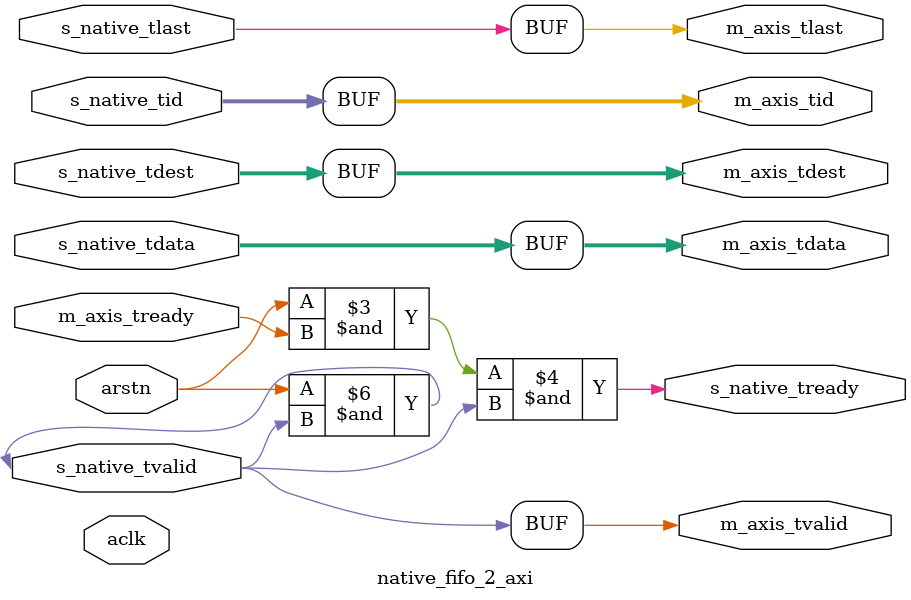
<source format=v>

`timescale 1 ns / 1 ps


module native_fifo_2_axi #(
  parameter STDataWidth  = 32,  // Width of  data port in bits
  parameter TidWidth     =  8,
  parameter TdestWidth   =  8,
  parameter FirstWordFallThrough = "true" 
) (
  input                          aclk,    // Input: clock signal
  input                          arstn,   // Input: reset signal, active low
  
  // Data input from native flow control FIFO
  input  [TidWidth-1:0]          s_native_tid,     // Input: Data Stream Idenfitifier 
  input  [TdestWidth-1:0]        s_native_tdest,   // Input: routing information for the data stream. Destination.
  input  [STDataWidth-1:0]       s_native_tdata,   // Input: primary payload. Data to cross the interface
  input                          s_native_tvalid,  // Input: indicates that the transmitter is driving a valid transfer
  input                          s_native_tlast,   // Input: indicates the boundary of a packet
  output                         s_native_tready,  // Output:  indicates that the module can accept data
  
  // Data output: to next module with (reduced subset) AXI interface  
  output  [TidWidth-1:0]         m_axis_tid,     // Input: Data Stream Idenfitifier 
  output  [TdestWidth-1:0]       m_axis_tdest,   // Input: routing information for the data stream. Destination.
  output  [STDataWidth-1:0]      m_axis_tdata,   // Input: primary payload. Data to cross the interface
  output                         m_axis_tvalid,  // Input: indicates that the transmitter is driving a valid transfer
  output                         m_axis_tlast,   // Input: indicates the boundary of a packet
  input                          m_axis_tready   // Output: indicates that the module can accept data
);

  wire rst = !arstn;
  
  //enable read data from fifo when : (not in reset) & (next axi module can accept data) & (data is valid)
  //   data must be inmediately removed when possible to prevent "duplicated" valid data transmission
  assign s_native_tready = !rst & m_axis_tready & s_native_tvalid; 
  
  //assign m_axis_tvalid   = !rst & tvalid;
  assign m_axis_tvalid   = !rst & s_native_tvalid;
    
  generate
   if ( (FirstWordFallThrough == "true") || (FirstWordFallThrough == "TRUE") ) begin
     //synthesis translate_off
    initial begin
      $display("%m : Compile native_fifo_2_axi module for FirstWordFallThrough FIFO type: yes ");
    end
  //synthesis translate_on
    assign m_axis_tid    = s_native_tid;
    assign m_axis_tdest  = s_native_tdest;
    assign m_axis_tdata  = s_native_tdata;
    assign m_axis_tlast  = s_native_tlast;
    assign m_axis_tvalid = s_native_tvalid;
  end else begin 
       //synthesis translate_off
    initial begin
      $display("%m : Compile native_fifo_2_axi module for FirstWordFallThrough FIFO type: NO ");
    end
    //synthesis translate_on
    reg  [TidWidth-1:0]          tid;     // Input: Data Stream Idenfitifier 
    reg  [TdestWidth-1:0]        tdest;   // Input: routing information for the data stream. Destination.
    reg  [STDataWidth-1:0]       tdata;   // Input: primary payload. Data to cross the interface
    reg                          tvalid;  // Input: indicates that the transmitter is driving a valid transfer
    reg                          tlast;   // Input: indicates the boundary of a packet
    //reg                          tready;  // Output:  indicates that the module can accept data, combinational logic of reset and next module, bypassed
      assign m_axis_tid   = tid;
      assign m_axis_tdest = tdest;
      assign m_axis_tdata = tdata;
      assign m_axis_tlast = tlast;
      
      always @(posedge aclk) begin
        if (rst) begin
          tid    <=  'bX;
          tdest  <=  'bX;
          tdata  <=  'bX;
          tlast  <= 1'bX;
          tvalid <= 1'b0;
         end else begin
          tid    <= s_native_tid;
          tdest  <= s_native_tdest;
          tdata  <= s_native_tdata;
          tlast  <= s_native_tlast;
          tvalid <= s_native_tvalid;
        end
      end
  end
  endgenerate

endmodule

</source>
